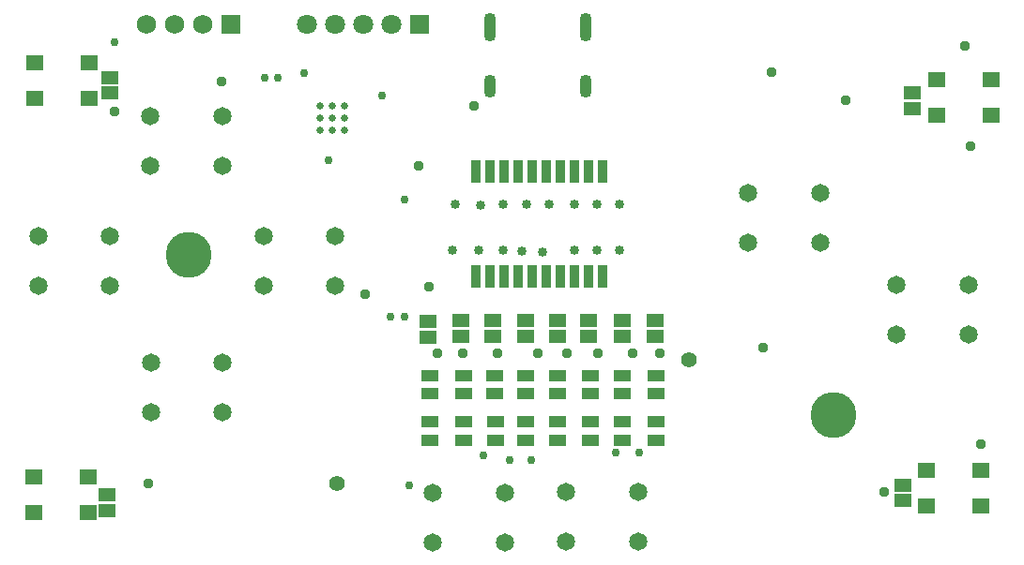
<source format=gts>
G04*
G04 #@! TF.GenerationSoftware,Altium Limited,Altium Designer,21.2.2 (38)*
G04*
G04 Layer_Color=8388736*
%FSLAX25Y25*%
%MOIN*%
G70*
G04*
G04 #@! TF.SameCoordinates,98E345A6-E5E3-4E7C-82CD-A9440516B19A*
G04*
G04*
G04 #@! TF.FilePolarity,Negative*
G04*
G01*
G75*
%ADD20R,0.06496X0.05315*%
%ADD21R,0.03347X0.08268*%
%ADD22R,0.05906X0.04921*%
%ADD23R,0.05906X0.03937*%
%ADD24C,0.06496*%
%ADD25C,0.06890*%
%ADD26R,0.06890X0.06890*%
%ADD27R,0.07087X0.07087*%
%ADD28C,0.07087*%
G04:AMPARAMS|DCode=29|XSize=43.31mil|YSize=82.68mil|CornerRadius=21.65mil|HoleSize=0mil|Usage=FLASHONLY|Rotation=0.000|XOffset=0mil|YOffset=0mil|HoleType=Round|Shape=RoundedRectangle|*
%AMROUNDEDRECTD29*
21,1,0.04331,0.03937,0,0,0.0*
21,1,0.00000,0.08268,0,0,0.0*
1,1,0.04331,0.00000,-0.01968*
1,1,0.04331,0.00000,-0.01968*
1,1,0.04331,0.00000,0.01968*
1,1,0.04331,0.00000,0.01968*
%
%ADD29ROUNDEDRECTD29*%
G04:AMPARAMS|DCode=30|XSize=43.31mil|YSize=102.36mil|CornerRadius=21.65mil|HoleSize=0mil|Usage=FLASHONLY|Rotation=0.000|XOffset=0mil|YOffset=0mil|HoleType=Round|Shape=RoundedRectangle|*
%AMROUNDEDRECTD30*
21,1,0.04331,0.05906,0,0,0.0*
21,1,0.00000,0.10236,0,0,0.0*
1,1,0.04331,0.00000,-0.02953*
1,1,0.04331,0.00000,-0.02953*
1,1,0.04331,0.00000,0.02953*
1,1,0.04331,0.00000,0.02953*
%
%ADD30ROUNDEDRECTD30*%
%ADD31C,0.03740*%
%ADD32C,0.16339*%
%ADD33C,0.02953*%
%ADD34C,0.05591*%
%ADD35C,0.03347*%
%ADD36C,0.02559*%
D20*
X121854Y150701D02*
D03*
X141146D02*
D03*
Y163299D02*
D03*
X121854D02*
D03*
X438854Y153201D02*
D03*
X458146D02*
D03*
Y165799D02*
D03*
X438854D02*
D03*
X122354Y298201D02*
D03*
X141646D02*
D03*
Y310799D02*
D03*
X122354D02*
D03*
X442500Y304803D02*
D03*
X461791D02*
D03*
Y292205D02*
D03*
X442500D02*
D03*
D21*
X279000Y272102D02*
D03*
X284000D02*
D03*
X289000D02*
D03*
X294000D02*
D03*
X299000D02*
D03*
X304000D02*
D03*
X309000D02*
D03*
X314000D02*
D03*
X319000D02*
D03*
X324000D02*
D03*
Y234898D02*
D03*
X319000D02*
D03*
X314000D02*
D03*
X309000D02*
D03*
X304000D02*
D03*
X299000D02*
D03*
X294000D02*
D03*
X289000D02*
D03*
X284000D02*
D03*
X279000D02*
D03*
D22*
X149000Y299988D02*
D03*
Y305500D02*
D03*
X148000Y151488D02*
D03*
Y157000D02*
D03*
X430500Y154988D02*
D03*
Y160500D02*
D03*
X434000Y294488D02*
D03*
Y300000D02*
D03*
X262000Y218756D02*
D03*
Y213244D02*
D03*
X342500Y219012D02*
D03*
Y213500D02*
D03*
X331000Y219012D02*
D03*
Y213500D02*
D03*
X319000Y219012D02*
D03*
Y213500D02*
D03*
X308000Y219012D02*
D03*
Y213500D02*
D03*
X296500Y219012D02*
D03*
Y213500D02*
D03*
X285000Y219012D02*
D03*
Y213500D02*
D03*
X273500Y219012D02*
D03*
Y213500D02*
D03*
D23*
X274500Y176500D02*
D03*
Y182996D02*
D03*
X343000Y183000D02*
D03*
Y176504D02*
D03*
X331000Y182996D02*
D03*
Y176500D02*
D03*
X319500Y182996D02*
D03*
Y176500D02*
D03*
X308000Y182996D02*
D03*
Y176500D02*
D03*
X296500Y182996D02*
D03*
Y176500D02*
D03*
X286000Y182996D02*
D03*
Y176500D02*
D03*
X262500Y182996D02*
D03*
Y176500D02*
D03*
Y193000D02*
D03*
Y199496D02*
D03*
X274500Y193000D02*
D03*
Y199496D02*
D03*
X285500Y193000D02*
D03*
Y199496D02*
D03*
X296500Y193000D02*
D03*
Y199496D02*
D03*
X308000Y193000D02*
D03*
Y199496D02*
D03*
X319500Y193000D02*
D03*
Y199496D02*
D03*
X331000Y193000D02*
D03*
Y199496D02*
D03*
X343000Y193000D02*
D03*
Y199496D02*
D03*
D24*
X188795Y274142D02*
D03*
Y291858D02*
D03*
X163205D02*
D03*
Y274142D02*
D03*
X311000Y140283D02*
D03*
Y158000D02*
D03*
X336591D02*
D03*
Y140283D02*
D03*
X263705Y140142D02*
D03*
Y157858D02*
D03*
X289295D02*
D03*
Y140142D02*
D03*
X375705Y246642D02*
D03*
Y264358D02*
D03*
X401295D02*
D03*
Y246642D02*
D03*
X428205Y214142D02*
D03*
Y231858D02*
D03*
X453795D02*
D03*
Y214142D02*
D03*
X163500Y186283D02*
D03*
Y204000D02*
D03*
X189091D02*
D03*
Y186283D02*
D03*
X203500Y231283D02*
D03*
Y249000D02*
D03*
X229091D02*
D03*
Y231283D02*
D03*
X123500D02*
D03*
Y249000D02*
D03*
X149091D02*
D03*
Y231283D02*
D03*
D25*
X172000Y324500D02*
D03*
X162000D02*
D03*
X182000D02*
D03*
D26*
X192000D02*
D03*
D27*
X259000D02*
D03*
D28*
X249000D02*
D03*
X239000D02*
D03*
X229000D02*
D03*
X219000D02*
D03*
D29*
X283992Y302272D02*
D03*
X318008D02*
D03*
D30*
X283992Y323374D02*
D03*
X318008D02*
D03*
D31*
X452592Y316885D02*
D03*
X150500Y293500D02*
D03*
X162746Y160980D02*
D03*
X188500Y304000D02*
D03*
X383848Y307348D02*
D03*
X262246Y230980D02*
D03*
X239500Y228500D02*
D03*
X344246Y207480D02*
D03*
X334500Y207500D02*
D03*
X322246Y207480D02*
D03*
X311246D02*
D03*
X301000Y207500D02*
D03*
X286500D02*
D03*
X274246Y207480D02*
D03*
X265246D02*
D03*
X424000Y158000D02*
D03*
X458246Y174980D02*
D03*
X410246Y297480D02*
D03*
X258746Y273980D02*
D03*
X278246Y295480D02*
D03*
X454746Y280980D02*
D03*
X380826Y209314D02*
D03*
D32*
X406000Y185500D02*
D03*
X177000Y242500D02*
D03*
D33*
X281500Y171000D02*
D03*
X226500Y276000D02*
D03*
X149000Y305500D02*
D03*
X150500Y318000D02*
D03*
X218000Y307000D02*
D03*
X253500Y262000D02*
D03*
X245500Y299000D02*
D03*
X253500Y220576D02*
D03*
X248500Y220500D02*
D03*
X208500Y305500D02*
D03*
X204000D02*
D03*
X255326Y160315D02*
D03*
X337000Y172000D02*
D03*
X328500D02*
D03*
X298500Y169500D02*
D03*
X291000D02*
D03*
D34*
X229500Y161000D02*
D03*
X354500Y205000D02*
D03*
D35*
X302500Y243500D02*
D03*
X295239Y243739D02*
D03*
X280500Y260000D02*
D03*
X288500Y260500D02*
D03*
X330000Y244000D02*
D03*
X322000Y260500D02*
D03*
X314000Y244000D02*
D03*
X280000D02*
D03*
X314000Y260500D02*
D03*
X270500Y244000D02*
D03*
X330000Y260500D02*
D03*
X288500Y244000D02*
D03*
X322000D02*
D03*
X305000Y260500D02*
D03*
X297000D02*
D03*
X271500D02*
D03*
D36*
X232331Y295331D02*
D03*
X228000D02*
D03*
X223669D02*
D03*
X232331Y291000D02*
D03*
X228000D02*
D03*
X223669D02*
D03*
X232331Y286669D02*
D03*
X228000D02*
D03*
X223669D02*
D03*
M02*

</source>
